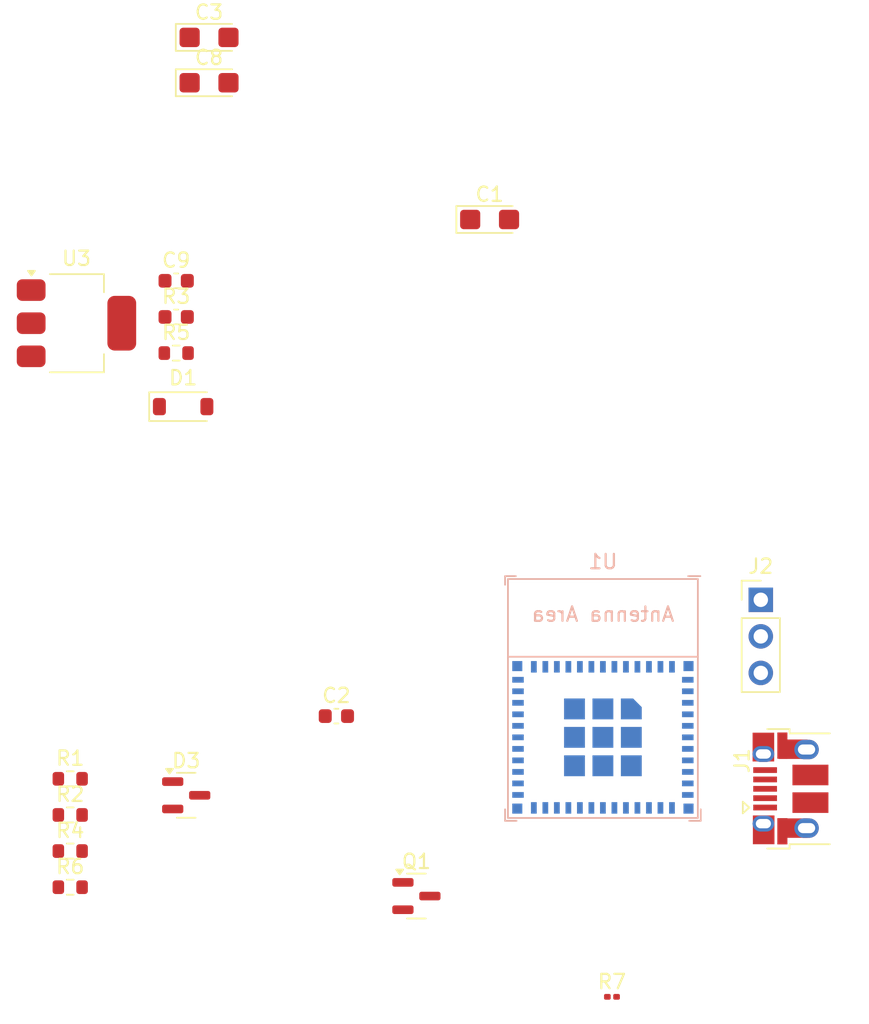
<source format=kicad_pcb>
(kicad_pcb (version 20240108) (generator "pcbnew") (generator_version "8.0")
  (layers (0 "F.Cu" signal) (31 "B.Cu" signal) (34 "B.Paste" user) (35 "F.Paste" user) (36 "B.SilkS" user "B.Silkscreen") (37 "F.SilkS" user "F.Silkscreen") (38 "B.Mask" user) (39 "F.Mask" user) (44 "Edge.Cuts" user))
  (net 0 "")
  (net 1 "+3.3V")
  (net 2 "GND")
  (net 3 "Net-(Q1-B)")
  (net 4 "Net-(D1-K)")
  (net 5 "+5V")
  (net 15 "Net-(U1-EN{slash}CHIP_PU)")
  (net 18 "Net-(U1-GPIO8)")
  (net 24 "Net-(U1-GPIO19{slash}USB_D+)")
  (net 32 "Net-(U1-GPIO18{slash}USB_D-)")
  (net 35 "Net-(J1-VBUS)")
  (net 36 "+12V")
  (net 37 "Net-(J1-D+)")
  (net 38 "Net-(J1-D-)")
  (net 39 "Net-(J2-Pin_2)")
  (net 40 "Net-(U3-GND)")
  (net 43 "Net-(U1-GPIO10)")
  (footprint "Capacitor_Tantalum_SMD:CP_EIA-3216-10_Kemet-I" (layer "F.Cu") (at 138.15 20.85)
    (property "Reference" "C3" (at 0 -1.75 0) (layer "F.SilkS"))
    (property "Value" "10uF")
    (fp_line (start -2.31 -0.935) (end -2.31 0.935) (stroke (width 0.12)) (layer "F.SilkS"))
    (fp_line (start -2.31 0.935) (end 1.6 0.935) (stroke (width 0.12)) (layer "F.SilkS"))
    (fp_line (start 1.6 -0.935) (end -2.31 -0.935) (stroke (width 0.12)) (layer "F.SilkS"))
    (pad "1" smd roundrect (at -1.35 0) (size 1.4 1.35) (layers "F.Cu" "F.Paste" "F.Mask") (roundrect_rratio 0.185185) (net 5 "+5V"))
    (pad "2" smd roundrect (at 1.35 0) (size 1.4 1.35) (layers "F.Cu" "F.Paste" "F.Mask") (roundrect_rratio 0.185185) (net 40 "Net-(U3-GND)"))
  )
  (footprint "Capacitor_SMD:C_0603_1608Metric" (layer "F.Cu") (at 135.865 37.76)
    (property "Reference" "C9" (at 0 -1.43 0) (layer "F.SilkS"))
    (property "Value" "100nF")
    (fp_line (start -0.14058 -0.51) (end 0.14058 -0.51) (stroke (width 0.12)) (layer "F.SilkS"))
    (fp_line (start -0.14058 0.51) (end 0.14058 0.51) (stroke (width 0.12)) (layer "F.SilkS"))
    (pad "1" smd roundrect (at -0.775 0) (size 0.9 0.95) (layers "F.Cu" "F.Paste" "F.Mask") (net 1 "+3.3V"))
    (pad "2" smd roundrect (at 0.775 0) (size 0.9 0.95) (layers "F.Cu" "F.Paste" "F.Mask") (net 40 "Net-(U3-GND)"))
  )
  (footprint "Connector_PinHeader_2.54mm:PinHeader_1x03_P2.54mm_Vertical" (layer "F.Cu") (at 176.5 59.92)
    (property "Reference" "J2" (at 0 -2.33 0) (layer "F.SilkS"))
    (property "Value" "Conn_01x03_Socket")
    (fp_line (start -1.33 -1.33) (end 0 -1.33) (stroke (width 0.12)) (layer "F.SilkS"))
    (fp_line (start -1.33 0) (end -1.33 -1.33) (stroke (width 0.12)) (layer "F.SilkS"))
    (fp_line (start -1.33 1.27) (end -1.33 6.41) (stroke (width 0.12)) (layer "F.SilkS"))
    (fp_line (start -1.33 1.27) (end 1.33 1.27) (stroke (width 0.12)) (layer "F.SilkS"))
    (fp_line (start -1.33 6.41) (end 1.33 6.41) (stroke (width 0.12)) (layer "F.SilkS"))
    (fp_line (start 1.33 1.27) (end 1.33 6.41) (stroke (width 0.12)) (layer "F.SilkS"))
    (pad "1" thru_hole rect (at 0 0) (size 1.7 1.7) (drill 1) (layers "*.Cu" "*.Mask") (net 36 "+12V"))
    (pad "2" thru_hole oval (at 0 2.54) (size 1.7 1.7) (drill 1) (layers "*.Cu" "*.Mask") (net 39 "Net-(J2-Pin_2)"))
    (pad "3" thru_hole oval (at 0 5.08) (size 1.7 1.7) (drill 1) (layers "*.Cu" "*.Mask") (net 2 "GND"))
  )
  (footprint "Capacitor_SMD:C_0603_1608Metric" (layer "F.Cu") (at 135.865 40.27)
    (property "Reference" "R3" (at 0 -1.43 0) (layer "F.SilkS"))
    (property "Value" "10K")
    (fp_line (start -0.14058 -0.51) (end 0.14058 -0.51) (stroke (width 0.12)) (layer "F.SilkS"))
    (fp_line (start -0.14058 0.51) (end 0.14058 0.51) (stroke (width 0.12)) (layer "F.SilkS"))
    (pad "1" smd roundrect (at -0.775 0) (size 0.9 0.95) (layers "F.Cu" "F.Paste" "F.Mask") (net 1 "+3.3V"))
    (pad "2" smd roundrect (at 0.775 0) (size 0.9 0.95) (layers "F.Cu" "F.Paste" "F.Mask") (net 15 "Net-(U1-EN{slash}CHIP_PU)"))
  )
  (footprint "Package_TO_SOT_SMD:SOT-223-3_TabPin2" (layer "F.Cu") (at 128.935 40.705)
    (property "Reference" "U3" (at 0 -4.5 0) (layer "F.SilkS"))
    (property "Value" "AMS1117-3.3")
    (fp_line (start -1.85 -3.41) (end 1.91 -3.41) (stroke (width 0.12)) (layer "F.SilkS"))
    (fp_line (start -1.85 3.41) (end 1.91 3.41) (stroke (width 0.12)) (layer "F.SilkS"))
    (fp_line (start 1.91 -3.41) (end 1.91 -2.15) (stroke (width 0.12)) (layer "F.SilkS"))
    (fp_line (start 1.91 3.41) (end 1.91 2.15) (stroke (width 0.12)) (layer "F.SilkS"))
    (fp_poly (pts (xy -3.13 -3.31) (xy -3.37 -3.64) (xy -2.89 -3.64) (xy -3.13 -3.31)) (stroke (width 0.12)) (fill solid) (layer "F.SilkS"))
    (pad "1" smd roundrect (at -3.15 -2.3) (size 2 1.5) (layers "F.Cu" "F.Paste" "F.Mask") (net 40 "Net-(U3-GND)"))
    (pad "2" smd roundrect (at -3.15 0) (size 2 1.5) (layers "F.Cu" "F.Paste" "F.Mask") (net 1 "+3.3V"))
    (pad "2" smd roundrect (at 3.15 0) (size 2 3.8) (layers "F.Cu" "F.Paste" "F.Mask") (net 1 "+3.3V"))
    (pad "3" smd roundrect (at -3.15 2.3) (size 2 1.5) (layers "F.Cu" "F.Paste" "F.Mask") (net 5 "+5V"))
  )
  (footprint "Package_TO_SOT_SMD:SOT-23" (layer "F.Cu") (at 136.5625 73.5)
    (property "Reference" "D3" (at 0 -2.4 0) (layer "F.SilkS"))
    (property "Value" "BAT54C")
    (fp_line (start 0 -1.56) (end -0.65 -1.56) (stroke (width 0.12)) (layer "F.SilkS"))
    (fp_line (start 0 -1.56) (end 0.65 -1.56) (stroke (width 0.12)) (layer "F.SilkS"))
    (fp_line (start 0 1.56) (end -0.65 1.56) (stroke (width 0.12)) (layer "F.SilkS"))
    (fp_line (start 0 1.56) (end 0.65 1.56) (stroke (width 0.12)) (layer "F.SilkS"))
    (fp_poly (pts (xy -1.1625 -1.51) (xy -1.4025 -1.84) (xy -0.9225 -1.84) (xy -1.1625 -1.51)) (stroke (width 0.12)) (fill solid) (layer "F.SilkS"))
    (pad "1" smd roundrect (at -0.9375 -0.95) (size 1.475 0.6) (layers "F.Cu" "F.Paste" "F.Mask") (net 35 "Net-(J1-VBUS)"))
    (pad "2" smd roundrect (at -0.9375 0.95) (size 1.475 0.6) (layers "F.Cu" "F.Paste" "F.Mask") (net 36 "+12V"))
    (pad "3" smd roundrect (at 0.9375 0) (size 1.475 0.6) (layers "F.Cu" "F.Paste" "F.Mask") (net 5 "+5V"))
  )
  (footprint "Package_TO_SOT_SMD:SOT-23" (layer "F.Cu") (at 152.5625 80.5)
    (property "Reference" "Q1" (at 0 -2.4 0) (layer "F.SilkS"))
    (property "Value" "BC858")
    (fp_line (start 0 -1.56) (end -0.65 -1.56) (stroke (width 0.12)) (layer "F.SilkS"))
    (fp_line (start 0 -1.56) (end 0.65 -1.56) (stroke (width 0.12)) (layer "F.SilkS"))
    (fp_line (start 0 1.56) (end -0.65 1.56) (stroke (width 0.12)) (layer "F.SilkS"))
    (fp_line (start 0 1.56) (end 0.65 1.56) (stroke (width 0.12)) (layer "F.SilkS"))
    (fp_poly (pts (xy -1.1625 -1.51) (xy -1.4025 -1.84) (xy -0.9225 -1.84) (xy -1.1625 -1.51)) (stroke (width 0.12)) (fill solid) (layer "F.SilkS"))
    (pad "1" smd roundrect (at -0.9375 -0.95) (size 1.475 0.6) (layers "F.Cu" "F.Paste" "F.Mask") (net 3 "Net-(Q1-B)"))
    (pad "2" smd roundrect (at -0.9375 0.95) (size 1.475 0.6) (layers "F.Cu" "F.Paste" "F.Mask") (net 4 "Net-(D1-K)"))
    (pad "3" smd roundrect (at 0.9375 0) (size 1.475 0.6) (layers "F.Cu" "F.Paste" "F.Mask") (net 2 "GND"))
  )
  (footprint "Resistor_SMD:R_0603_1608Metric" (layer "F.Cu") (at 128.5 79.885)
    (property "Reference" "R6" (at 0 -1.43 0) (layer "F.SilkS"))
    (property "Value" "470R")
    (fp_line (start -0.237258 -0.5225) (end 0.237258 -0.5225) (stroke (width 0.12)) (layer "F.SilkS"))
    (fp_line (start -0.237258 0.5225) (end 0.237258 0.5225) (stroke (width 0.12)) (layer "F.SilkS"))
    (pad "1" smd roundrect (at -0.825 0) (size 0.8 0.95) (layers "F.Cu" "F.Paste" "F.Mask") (net 4 "Net-(D1-K)"))
    (pad "2" smd roundrect (at 0.825 0) (size 0.8 0.95) (layers "F.Cu" "F.Paste" "F.Mask") (net 39 "Net-(J2-Pin_2)"))
  )
  (footprint "Resistor_SMD:R_0603_1608Metric" (layer "F.Cu") (at 128.5 77.375)
    (property "Reference" "R4" (at 0 -1.43 0) (layer "F.SilkS"))
    (property "Value" "10K")
    (fp_line (start -0.237258 -0.5225) (end 0.237258 -0.5225) (stroke (width 0.12)) (layer "F.SilkS"))
    (fp_line (start -0.237258 0.5225) (end 0.237258 0.5225) (stroke (width 0.12)) (layer "F.SilkS"))
    (pad "1" smd roundrect (at -0.825 0) (size 0.8 0.95) (layers "F.Cu" "F.Paste" "F.Mask") (net 1 "+3.3V"))
    (pad "2" smd roundrect (at 0.825 0) (size 0.8 0.95) (layers "F.Cu" "F.Paste" "F.Mask") (net 18 "Net-(U1-GPIO8)"))
  )
  (footprint "Diode_SMD:D_SOD-123" (layer "F.Cu") (at 136.35 46.5)
    (property "Reference" "D1" (at 0 -2 0) (layer "F.SilkS"))
    (property "Value" "D_Zener")
    (fp_line (start -2.36 -1) (end -2.36 1) (stroke (width 0.12)) (layer "F.SilkS"))
    (fp_line (start -2.36 -1) (end 1.65 -1) (stroke (width 0.12)) (layer "F.SilkS"))
    (fp_line (start -2.36 1) (end 1.65 1) (stroke (width 0.12)) (layer "F.SilkS"))
    (pad "1" smd roundrect (at -1.65 0) (size 0.9 1.2) (layers "F.Cu" "F.Paste" "F.Mask") (net 4 "Net-(D1-K)"))
    (pad "2" smd roundrect (at 1.65 0) (size 0.9 1.2) (layers "F.Cu" "F.Paste" "F.Mask") (net 2 "GND"))
  )
  (footprint "Resistor_SMD:R_0603_1608Metric" (layer "F.Cu") (at 128.5 72.355)
    (property "Reference" "R1" (at 0 -1.43 0) (layer "F.SilkS"))
    (property "Value" "0R")
    (fp_line (start -0.237258 -0.5225) (end 0.237258 -0.5225) (stroke (width 0.12)) (layer "F.SilkS"))
    (fp_line (start -0.237258 0.5225) (end 0.237258 0.5225) (stroke (width 0.12)) (layer "F.SilkS"))
    (pad "1" smd roundrect (at -0.825 0) (size 0.8 0.95) (layers "F.Cu" "F.Paste" "F.Mask") (net 24 "Net-(U1-GPIO19{slash}USB_D+)"))
    (pad "2" smd roundrect (at 0.825 0) (size 0.8 0.95) (layers "F.Cu" "F.Paste" "F.Mask") (net 37 "Net-(J1-D+)"))
  )
  (footprint "Resistor_SMD:R_0603_1608Metric" (layer "F.Cu") (at 128.5 74.865)
    (property "Reference" "R2" (at 0 -1.43 0) (layer "F.SilkS"))
    (property "Value" "0R")
    (fp_line (start -0.237258 -0.5225) (end 0.237258 -0.5225) (stroke (width 0.12)) (layer "F.SilkS"))
    (fp_line (start -0.237258 0.5225) (end 0.237258 0.5225) (stroke (width 0.12)) (layer "F.SilkS"))
    (pad "1" smd roundrect (at -0.825 0) (size 0.8 0.95) (layers "F.Cu" "F.Paste" "F.Mask") (net 32 "Net-(U1-GPIO18{slash}USB_D-)"))
    (pad "2" smd roundrect (at 0.825 0) (size 0.8 0.95) (layers "F.Cu" "F.Paste" "F.Mask") (net 38 "Net-(J1-D-)"))
  )
  (footprint "Capacitor_Tantalum_SMD:CP_EIA-3216-10_Kemet-I" (layer "F.Cu") (at 157.65 33.5)
    (property "Reference" "C1" (at 0 -1.75 0) (layer "F.SilkS"))
    (property "Value" "1uF")
    (fp_line (start -2.31 -0.935) (end -2.31 0.935) (stroke (width 0.12)) (layer "F.SilkS"))
    (fp_line (start -2.31 0.935) (end 1.6 0.935) (stroke (width 0.12)) (layer "F.SilkS"))
    (fp_line (start 1.6 -0.935) (end -2.31 -0.935) (stroke (width 0.12)) (layer "F.SilkS"))
    (pad "1" smd roundrect (at -1.35 0) (size 1.4 1.35) (layers "F.Cu" "F.Paste" "F.Mask") (roundrect_rratio 0.185185) (net 15 "Net-(U1-EN{slash}CHIP_PU)"))
    (pad "2" smd roundrect (at 1.35 0) (size 1.4 1.35) (layers "F.Cu" "F.Paste" "F.Mask") (roundrect_rratio 0.185185) (net 2 "GND"))
  )
  (footprint "Resistor_SMD:R_0201_0603Metric" (layer "F.Cu") (at 166.155 87.5)
    (property "Reference" "R7" (at 0 -1.05 0) (layer "F.SilkS"))
    (property "Value" "1K")
    (pad "1" smd roundrect (at -0.32 0) (size 0.46 0.4) (layers "F.Cu" "F.Mask") (net 43 "Net-(U1-GPIO10)"))
    (pad "2" smd roundrect (at 0.32 0) (size 0.46 0.4) (layers "F.Cu" "F.Mask") (net 3 "Net-(Q1-B)"))
  )
  (footprint "Capacitor_Tantalum_SMD:CP_EIA-3216-10_Kemet-I" (layer "F.Cu") (at 138.15 24)
    (property "Reference" "C8" (at 0 -1.75 0) (layer "F.SilkS"))
    (property "Value" "10uF")
    (fp_line (start -2.31 -0.935) (end -2.31 0.935) (stroke (width 0.12)) (layer "F.SilkS"))
    (fp_line (start -2.31 0.935) (end 1.6 0.935) (stroke (width 0.12)) (layer "F.SilkS"))
    (fp_line (start 1.6 -0.935) (end -2.31 -0.935) (stroke (width 0.12)) (layer "F.SilkS"))
    (pad "1" smd roundrect (at -1.35 0) (size 1.4 1.35) (layers "F.Cu" "F.Paste" "F.Mask") (roundrect_rratio 0.185185) (net 1 "+3.3V"))
    (pad "2" smd roundrect (at 1.35 0) (size 1.4 1.35) (layers "F.Cu" "F.Paste" "F.Mask") (roundrect_rratio 0.185185) (net 40 "Net-(U3-GND)"))
  )
  (footprint "Capacitor_SMD:C_0603_1608Metric" (layer "F.Cu") (at 147 68)
    (property "Reference" "C2" (at 0 -1.43 0) (layer "F.SilkS"))
    (property "Value" "100nF")
    (fp_line (start -0.14058 -0.51) (end 0.14058 -0.51) (stroke (width 0.12)) (layer "F.SilkS"))
    (fp_line (start -0.14058 0.51) (end 0.14058 0.51) (stroke (width 0.12)) (layer "F.SilkS"))
    (pad "1" smd roundrect (at -0.775 0) (size 0.9 0.95) (layers "F.Cu" "F.Paste" "F.Mask") (net 1 "+3.3V"))
    (pad "2" smd roundrect (at 0.775 0) (size 0.9 0.95) (layers "F.Cu" "F.Paste" "F.Mask") (net 2 "GND"))
  )
  (footprint "Resistor_SMD:R_0603_1608Metric" (layer "F.Cu") (at 135.865 42.78)
    (property "Reference" "R5" (at 0 -1.43 0) (layer "F.SilkS"))
    (property "Value" "470R")
    (fp_line (start -0.237258 -0.5225) (end 0.237258 -0.5225) (stroke (width 0.12)) (layer "F.SilkS"))
    (fp_line (start -0.237258 0.5225) (end 0.237258 0.5225) (stroke (width 0.12)) (layer "F.SilkS"))
    (pad "1" smd roundrect (at -0.825 0) (size 0.8 0.95) (layers "F.Cu" "F.Paste" "F.Mask") (net 4 "Net-(D1-K)"))
    (pad "2" smd roundrect (at 0.825 0) (size 0.8 0.95) (layers "F.Cu" "F.Paste" "F.Mask") (net 5 "+5V"))
  )
  (footprint "Connector_USB:USB_Micro-B_Amphenol_10103594-0001LF_Horizontal" (layer "F.Cu") (at 178.565 73.025 90)
    (property "Reference" "J1" (at 1.925 -3.365 -90) (layer "F.SilkS"))
    (property "Value" "USB_B_Micro")
    (fp_line (start -0.925 -3.315) (end -1.325 -2.865) (stroke (width 0.12)) (layer "F.SilkS"))
    (fp_line (start -1.725 -3.315) (end -0.925 -3.315) (stroke (width 0.12)) (layer "F.SilkS"))
    (fp_line (start -1.325 -2.865) (end -1.725 -3.315) (stroke (width 0.12)) (layer "F.SilkS"))
    (fp_line (start 4.125 -0.065) (end 4.125 -1.615) (stroke (width 0.12)) (layer "F.SilkS"))
    (fp_line (start 3.825 -0.065) (end 4.125 -0.065) (stroke (width 0.12)) (layer "F.SilkS"))
    (fp_line (start -4.175 -0.065) (end -4.175 -1.615) (stroke (width 0.12)) (layer "F.SilkS"))
    (fp_line (start -4.175 -0.065) (end -3.875 -0.065) (stroke (width 0.12)) (layer "F.SilkS"))
    (fp_line (start 3.825 2.735) (end 3.825 -0.065) (stroke (width 0.12)) (layer "F.SilkS"))
    (fp_line (start -3.875 2.735) (end -3.875 -0.065) (stroke (width 0.12)) (layer "F.SilkS"))
    (pad "1" smd rect (at -1.325 -1.765 180) (size 1.65 0.4) (layers "F.Cu" "F.Paste" "F.Mask") (net 35 "Net-(J1-VBUS)"))
    (pad "2" smd rect (at -0.675 -1.765 180) (size 1.65 0.4) (layers "F.Cu" "F.Paste" "F.Mask") (net 38 "Net-(J1-D-)"))
    (pad "3" smd rect (at -0.025 -1.765 180) (size 1.65 0.4) (layers "F.Cu" "F.Paste" "F.Mask") (net 37 "Net-(J1-D+)"))
    (pad "4" smd rect (at 0.625 -1.765 180) (size 1.65 0.4) (layers "F.Cu" "F.Paste" "F.Mask"))
    (pad "5" smd rect (at 1.275 -1.765 180) (size 1.65 0.4) (layers "F.Cu" "F.Paste" "F.Mask") (net 2 "GND"))
    (pad "6" smd rect (at -2.975 -0.565 90) (size 1.825 0.7) (layers "F.Cu" "F.Paste" "F.Mask"))
    (pad "6" smd rect (at -2.875 -1.865 90) (size 2 1.5) (layers "F.Cu" "F.Paste" "F.Mask"))
    (pad "6" smd rect (at -2.755 0.185 90) (size 1.35 2) (layers "F.Cu" "F.Paste" "F.Mask"))
    (pad "6" thru_hole oval (at -2.755 1.115 180) (size 1.7 1.35) (drill oval 1.2 0.7) (layers "*.Cu" "*.Mask"))
    (pad "6" thru_hole oval (at -2.445 -1.885 180) (size 1.5 1.1) (drill oval 1.05 0.65) (layers "*.Cu" "*.Mask"))
    (pad "6" smd rect (at -0.985 1.385 180) (size 2.5 1.43) (layers "F.Cu" "F.Paste" "F.Mask"))
    (pad "6" smd rect (at 0.935 1.385 180) (size 2.5 1.43) (layers "F.Cu" "F.Paste" "F.Mask"))
    (pad "6" thru_hole oval (at 2.395 -1.885 180) (size 1.5 1.1) (drill oval 1.05 0.65) (layers "*.Cu" "*.Mask"))
    (pad "6" thru_hole oval (at 2.705 1.115 180) (size 1.7 1.35) (drill oval 1.2 0.7) (layers "*.Cu" "*.Mask"))
    (pad "6" smd rect (at 2.725 0.185 90) (size 1.35 2) (layers "F.Cu" "F.Paste" "F.Mask"))
    (pad "6" smd rect (at 2.875 -1.885 90) (size 2 1.5) (layers "F.Cu" "F.Paste" "F.Mask"))
    (pad "6" smd rect (at 2.975 -0.565 90) (size 1.825 0.7) (layers "F.Cu" "F.Paste" "F.Mask"))
  )
  (footprint "PCM_Espressif:ESP32-C3-MINI-1" (layer "B.Cu") (at 165.525 66.775 180)
    (property "Reference" "U1" (at 0 9.5 180) (layer "B.SilkS") (effects (justify mirror)))
    (property "Value" "ESP32-C3-MINI-1")
    (fp_line (start 6.8 8.5) (end 6.05 8.5) (stroke (width 0.12)) (layer "B.SilkS"))
    (fp_line (start 6.8 7.9) (end 6.8 8.5) (stroke (width 0.12)) (layer "B.SilkS"))
    (fp_line (start 6.8 -8.5) (end 6.8 -7.7) (stroke (width 0.12)) (layer "B.SilkS"))
    (fp_line (start 6.6 8.3) (end -6.6 8.3) (stroke (width 0.12)) (layer "B.SilkS"))
    (fp_line (start 6.6 2.9) (end -6.6 2.9) (stroke (width 0.12)) (layer "B.SilkS"))
    (fp_line (start 6.6 -8.3) (end 6.6 8.3) (stroke (width 0.12)) (layer "B.SilkS"))
    (fp_line (start 6 -8.5) (end 6.8 -8.5) (stroke (width 0.12)) (layer "B.SilkS"))
    (fp_line (start -6 -8.5) (end -6.8 -8.5) (stroke (width 0.12)) (layer "B.SilkS"))
    (fp_line (start -6.6 8.3) (end -6.6 -8.3) (stroke (width 0.12)) (layer "B.SilkS"))
    (fp_line (start -6.6 -8.3) (end 6.6 -8.3) (stroke (width 0.12)) (layer "B.SilkS"))
    (fp_line (start -6.775 8.5) (end -5.925 8.5) (stroke (width 0.12)) (layer "B.SilkS"))
    (fp_line (start -6.8 -8.5) (end -6.8 -7.7) (stroke (width 0.12)) (layer "B.SilkS"))
    (fp_text user "Antenna Area" (at 0 5.85 180) (layer "B.SilkS") (effects (justify mirror)))
    (pad "1" smd rect (at -5.9 1.3 90) (size 0.4 0.8) (layers "B.Cu" "B.Paste" "B.Mask") (net 2 "GND"))
    (pad "2" smd rect (at -5.9 0.5 90) (size 0.4 0.8) (layers "B.Cu" "B.Paste" "B.Mask") (net 2 "GND"))
    (pad "3" smd rect (at -5.9 -0.3 90) (size 0.4 0.8) (layers "B.Cu" "B.Paste" "B.Mask") (net 1 "+3.3V"))
    (pad "4" smd rect (at -5.9 -1.1 90) (size 0.4 0.8) (layers "B.Cu" "B.Paste" "B.Mask"))
    (pad "5" smd rect (at -5.9 -1.9 90) (size 0.4 0.8) (layers "B.Cu" "B.Paste" "B.Mask"))
    (pad "6" smd rect (at -5.9 -2.7 90) (size 0.4 0.8) (layers "B.Cu" "B.Paste" "B.Mask"))
    (pad "7" smd rect (at -5.9 -3.5 90) (size 0.4 0.8) (layers "B.Cu" "B.Paste" "B.Mask"))
    (pad "8" smd rect (at -5.9 -4.3 90) (size 0.4 0.8) (layers "B.Cu" "B.Paste" "B.Mask") (net 15 "Net-(U1-EN{slash}CHIP_PU)"))
    (pad "9" smd rect (at -5.9 -5.1 90) (size 0.4 0.8) (layers "B.Cu" "B.Paste" "B.Mask"))
    (pad "10" smd rect (at -5.9 -5.9 90) (size 0.4 0.8) (layers "B.Cu" "B.Paste" "B.Mask"))
    (pad "11" smd rect (at -5.9 -6.7 90) (size 0.4 0.8) (layers "B.Cu" "B.Paste" "B.Mask") (net 2 "GND"))
    (pad "12" smd rect (at -4.8 -7.6 180) (size 0.4 0.8) (layers "B.Cu" "B.Paste" "B.Mask"))
    (pad "13" smd rect (at -4 -7.6 180) (size 0.4 0.8) (layers "B.Cu" "B.Paste" "B.Mask"))
    (pad "14" smd rect (at -3.2 -7.6 180) (size 0.4 0.8) (layers "B.Cu" "B.Paste" "B.Mask") (net 2 "GND"))
    (pad "15" smd rect (at -2.4 -7.6 180) (size 0.4 0.8) (layers "B.Cu" "B.Paste" "B.Mask"))
    (pad "16" smd rect (at -1.6 -7.6 180) (size 0.4 0.8) (layers "B.Cu" "B.Paste" "B.Mask") (net 43 "Net-(U1-GPIO10)"))
    (pad "17" smd rect (at -0.8 -7.6 180) (size 0.4 0.8) (layers "B.Cu" "B.Paste" "B.Mask"))
    (pad "18" smd rect (at 0 -7.6 180) (size 0.4 0.8) (layers "B.Cu" "B.Paste" "B.Mask"))
    (pad "19" smd rect (at 0.8 -7.6 180) (size 0.4 0.8) (layers "B.Cu" "B.Paste" "B.Mask"))
    (pad "20" smd rect (at 1.6 -7.6 180) (size 0.4 0.8) (layers "B.Cu" "B.Paste" "B.Mask"))
    (pad "21" smd rect (at 2.4 -7.6 180) (size 0.4 0.8) (layers "B.Cu" "B.Paste" "B.Mask"))
    (pad "22" smd rect (at 3.2 -7.6 180) (size 0.4 0.8) (layers "B.Cu" "B.Paste" "B.Mask") (net 18 "Net-(U1-GPIO8)"))
    (pad "23" smd rect (at 4 -7.6 180) (size 0.4 0.8) (layers "B.Cu" "B.Paste" "B.Mask"))
    (pad "24" smd rect (at 4.8 -7.6 180) (size 0.4 0.8) (layers "B.Cu" "B.Paste" "B.Mask"))
    (pad "25" smd rect (at 5.9 -6.7 90) (size 0.4 0.8) (layers "B.Cu" "B.Paste" "B.Mask"))
    (pad "26" smd rect (at 5.9 -5.9 90) (size 0.4 0.8) (layers "B.Cu" "B.Paste" "B.Mask") (net 32 "Net-(U1-GPIO18{slash}USB_D-)"))
    (pad "27" smd rect (at 5.9 -5.1 90) (size 0.4 0.8) (layers "B.Cu" "B.Paste" "B.Mask") (net 24 "Net-(U1-GPIO19{slash}USB_D+)"))
    (pad "28" smd rect (at 5.9 -4.3 90) (size 0.4 0.8) (layers "B.Cu" "B.Paste" "B.Mask"))
    (pad "29" smd rect (at 5.9 -3.5 90) (size 0.4 0.8) (layers "B.Cu" "B.Paste" "B.Mask"))
    (pad "30" smd rect (at 5.9 -2.7 90) (size 0.4 0.8) (layers "B.Cu" "B.Paste" "B.Mask"))
    (pad "31" smd rect (at 5.9 -1.9 90) (size 0.4 0.8) (layers "B.Cu" "B.Paste" "B.Mask"))
    (pad "32" smd rect (at 5.9 -1.1 90) (size 0.4 0.8) (layers "B.Cu" "B.Paste" "B.Mask"))
    (pad "33" smd rect (at 5.9 -0.3 90) (size 0.4 0.8) (layers "B.Cu" "B.Paste" "B.Mask"))
    (pad "34" smd rect (at 5.9 0.5 90) (size 0.4 0.8) (layers "B.Cu" "B.Paste" "B.Mask"))
    (pad "35" smd rect (at 5.9 1.3 90) (size 0.4 0.8) (layers "B.Cu" "B.Paste" "B.Mask"))
    (pad "36" smd rect (at 4.8 2.2 180) (size 0.4 0.8) (layers "B.Cu" "B.Paste" "B.Mask") (net 2 "GND"))
    (pad "37" smd rect (at 4 2.2 180) (size 0.4 0.8) (layers "B.Cu" "B.Paste" "B.Mask") (net 2 "GND"))
    (pad "38" smd rect (at 3.2 2.2 180) (size 0.4 0.8) (layers "B.Cu" "B.Paste" "B.Mask") (net 2 "GND"))
    (pad "39" smd rect (at 2.4 2.2 180) (size 0.4 0.8) (layers "B.Cu" "B.Paste" "B.Mask") (net 2 "GND"))
    (pad "40" smd rect (at 1.6 2.2 180) (size 0.4 0.8) (layers "B.Cu" "B.Paste" "B.Mask") (net 2 "GND"))
    (pad "41" smd rect (at 0.8 2.2 180) (size 0.4 0.8) (layers "B.Cu" "B.Paste" "B.Mask") (net 2 "GND"))
    (pad "42" smd rect (at 0 2.2 180) (size 0.4 0.8) (layers "B.Cu" "B.Paste" "B.Mask") (net 2 "GND"))
    (pad "43" smd rect (at -0.8 2.2 180) (size 0.4 0.8) (layers "B.Cu" "B.Paste" "B.Mask") (net 2 "GND"))
    (pad "44" smd rect (at -1.6 2.2 180) (size 0.4 0.8) (layers "B.Cu" "B.Paste" "B.Mask") (net 2 "GND"))
    (pad "45" smd rect (at -2.4 2.2 180) (size 0.4 0.8) (layers "B.Cu" "B.Paste" "B.Mask") (net 2 "GND"))
    (pad "46" smd rect (at -3.2 2.2 180) (size 0.4 0.8) (layers "B.Cu" "B.Paste" "B.Mask") (net 2 "GND"))
    (pad "47" smd rect (at -4 2.2 180) (size 0.4 0.8) (layers "B.Cu" "B.Paste" "B.Mask") (net 2 "GND"))
    (pad "48" smd rect (at -4.8 2.2 180) (size 0.4 0.8) (layers "B.Cu" "B.Paste" "B.Mask") (net 2 "GND"))
    (pad "49" smd rect (at -1.975 -4.675 90) (size 1.45 1.45) (layers "B.Cu" "B.Paste" "B.Mask") (net 2 "GND"))
    (pad "49" smd rect (at -1.975 -2.7 90) (size 1.45 1.45) (layers "B.Cu" "B.Paste" "B.Mask") (net 2 "GND"))
    (pad "49" smd custom (at -1.975 -0.725 180) (size 0.8 0.8) (layers "B.Cu" "B.Paste" "B.Mask") (net 2 "GND") (options (clearance outline) (anchor rect)) (primitives (gr_poly (pts (xy 0.725 -0.725) (xy -0.725 -0.725) (xy -0.725 0.125) (xy -0.125 0.725) (xy 0.725 0.725)) (width 0) (fill yes))))
    (pad "49" smd rect (at 0 -4.675 90) (size 1.45 1.45) (layers "B.Cu" "B.Paste" "B.Mask") (net 2 "GND"))
    (pad "49" smd rect (at 0 -2.7 90) (size 1.45 1.45) (layers "B.Cu" "B.Paste" "B.Mask") (net 2 "GND"))
    (pad "49" smd rect (at 0 -0.725 90) (size 1.45 1.45) (layers "B.Cu" "B.Paste" "B.Mask") (net 2 "GND"))
    (pad "49" smd rect (at 1.975 -4.675 90) (size 1.45 1.45) (layers "B.Cu" "B.Paste" "B.Mask") (net 2 "GND"))
    (pad "49" smd rect (at 1.975 -2.7 90) (size 1.45 1.45) (layers "B.Cu" "B.Paste" "B.Mask") (net 2 "GND"))
    (pad "49" smd rect (at 1.975 -0.725 90) (size 1.45 1.45) (layers "B.Cu" "B.Paste" "B.Mask") (net 2 "GND"))
    (pad "50" smd rect (at 5.95 2.25 90) (size 0.7 0.7) (layers "B.Cu" "B.Paste" "B.Mask") (net 2 "GND"))
    (pad "51" smd rect (at 5.95 -7.65 90) (size 0.7 0.7) (layers "B.Cu" "B.Paste" "B.Mask") (net 2 "GND"))
    (pad "52" smd rect (at -5.95 -7.65 90) (size 0.7 0.7) (layers "B.Cu" "B.Paste" "B.Mask") (net 2 "GND"))
    (pad "53" smd rect (at -5.95 2.25 90) (size 0.7 0.7) (layers "B.Cu" "B.Paste" "B.Mask") (net 2 "GND"))
  )
)
</source>
